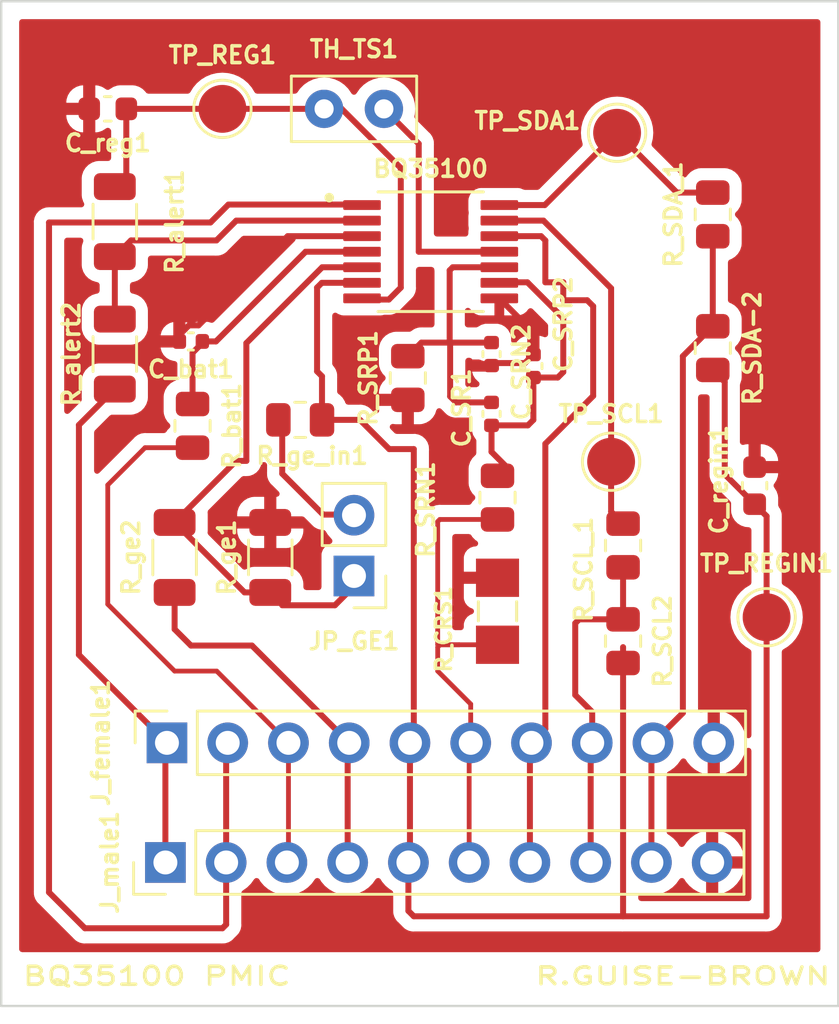
<source format=kicad_pcb>
(kicad_pcb (version 20211014) (generator pcbnew)
  (layers (0 "F.Cu" signal) (31 "B.Cu" signal) (34 "B.Paste" user) (35 "F.Paste" user) (36 "B.SilkS" user "B.Silkscreen") (37 "F.SilkS" user "F.Silkscreen") (38 "B.Mask" user) (39 "F.Mask" user) (44 "Edge.Cuts" user))
  (net 0 "")
  (net 1 "Net-(C_bat1-Pad1)")
  (net 2 "GND")
  (net 3 "/REG25")
  (net 4 "/VSUPPLY")
  (net 5 "Net-(C_SRN2-Pad1)")
  (net 6 "Net-(C_SRP2-Pad1)")
  (net 7 "Net-(JP_GE1-Pad1)")
  (net 8 "Net-(JP_GE1-Pad2)")
  (net 9 "/BAT+")
  (net 10 "/BAT-")
  (net 11 "/I2C_CLK")
  (net 12 "/I2C_DATA")
  (net 13 "/ALERT")
  (net 14 "/GAUGE_ENABLE")
  (net 15 "/VIN")
  (net 16 "/VEN")
  (net 17 "Net-(R_alert1-Pad2)")
  (net 18 "Net-(R_SCL_1-Pad2)")
  (net 19 "Net-(R_SDA_1-Pad2)")
  (net 20 "Net-(TH_TS1-Pad2)")
  (footprint "Capacitor_SMD:C_0402_1005Metric" (layer "F.Cu") (at 75 66.5 90)
    (fp_text reference "C_SRP2" (at 1.75 1.25 90) (layer "F.SilkS") (effects (font (size 0.7 0.7))))
    (fp_text value "0.1u")
    (fp_line (start -0.107836 -0.36) (end 0.107836 -0.36) (layer "F.SilkS") (width 0.12))
    (fp_line (start -0.107836 0.36) (end 0.107836 0.36) (layer "F.SilkS") (width 0.12))
    (pad "1" smd roundrect (at -0.48 0 90) (size 0.56 0.62) (layers "F.Cu" "F.Paste" "F.Mask") (net 6 "Net-(C_SRP2-Pad1)"))
    (pad "2" smd roundrect (at 0.48 0 90) (size 0.56 0.62) (layers "F.Cu" "F.Paste" "F.Mask") (net 2 "GND"))
  )
  (footprint "Capacitor_SMD:C_0402_1005Metric" (layer "F.Cu") (at 60.68 65.47125 180)
    (fp_text reference "C_bat1" (at 0 -1.16) (layer "F.SilkS") (effects (font (size 0.7 0.7))))
    (fp_text value "0.1u")
    (fp_line (start -0.107836 -0.36) (end 0.107836 -0.36) (layer "F.SilkS") (width 0.12))
    (fp_line (start -0.107836 0.36) (end 0.107836 0.36) (layer "F.SilkS") (width 0.12))
    (pad "1" smd roundrect (at -0.48 0 180) (size 0.56 0.62) (layers "F.Cu" "F.Paste" "F.Mask") (net 1 "Net-(C_bat1-Pad1)"))
    (pad "2" smd roundrect (at 0.48 0 180) (size 0.56 0.62) (layers "F.Cu" "F.Paste" "F.Mask") (net 2 "GND"))
  )
  (footprint "Resistor_SMD:R_0805_2012Metric" (layer "F.Cu") (at 73.5 72 90)
    (fp_text reference "R_SRN1" (at -0.5 -3 90) (layer "F.SilkS") (effects (font (size 0.7 0.7))))
    (fp_text value "100")
    (fp_line (start -0.227064 -0.735) (end 0.227064 -0.735) (layer "F.SilkS") (width 0.12))
    (fp_line (start -0.227064 0.735) (end 0.227064 0.735) (layer "F.SilkS") (width 0.12))
    (pad "1" smd roundrect (at -0.9125 0 90) (size 1.025 1.4) (layers "F.Cu" "F.Paste" "F.Mask") (roundrect_rratio 0.243902) (net 10 "/BAT-"))
    (pad "2" smd roundrect (at 0.9125 0 90) (size 1.025 1.4) (layers "F.Cu" "F.Paste" "F.Mask") (roundrect_rratio 0.243902) (net 6 "Net-(C_SRP2-Pad1)"))
  )
  (footprint "Connector_PinSocket_2.54mm:PinSocket_1x10_P2.54mm_Vertical" (layer "F.Cu") (at 59.68 82.25 90)
    (fp_text reference "J_female1" (at 0 -2.77 90) (layer "F.SilkS") (effects (font (size 0.7 0.7))))
    (fp_text value "Conn_01x10_Female")
    (fp_line (start -1.33 1.27) (end 1.33 1.27) (layer "F.SilkS") (width 0.12))
    (fp_line (start 0 -1.33) (end 1.33 -1.33) (layer "F.SilkS") (width 0.12))
    (fp_line (start 1.33 -1.33) (end 1.33 0) (layer "F.SilkS") (width 0.12))
    (fp_line (start 1.33 1.27) (end 1.33 24.19) (layer "F.SilkS") (width 0.12))
    (fp_line (start -1.33 1.27) (end -1.33 24.19) (layer "F.SilkS") (width 0.12))
    (fp_line (start -1.33 24.19) (end 1.33 24.19) (layer "F.SilkS") (width 0.12))
    (pad "1" thru_hole rect (at 0 0 90) (size 1.7 1.7) (drill 1) (layers *.Cu *.Mask) (net 13 "/ALERT"))
    (pad "2" thru_hole oval (at 0 2.54 90) (size 1.7 1.7) (drill 1) (layers *.Cu *.Mask) (net 15 "/VIN"))
    (pad "3" thru_hole oval (at 0 5.08 90) (size 1.7 1.7) (drill 1) (layers *.Cu *.Mask) (net 9 "/BAT+"))
    (pad "4" thru_hole oval (at 0 7.62 90) (size 1.7 1.7) (drill 1) (layers *.Cu *.Mask) (net 14 "/GAUGE_ENABLE"))
    (pad "5" thru_hole oval (at 0 10.16 90) (size 1.7 1.7) (drill 1) (layers *.Cu *.Mask) (net 4 "/VSUPPLY"))
    (pad "6" thru_hole oval (at 0 12.7 90) (size 1.7 1.7) (drill 1) (layers *.Cu *.Mask) (net 10 "/BAT-"))
    (pad "7" thru_hole oval (at 0 15.24 90) (size 1.7 1.7) (drill 1) (layers *.Cu *.Mask) (net 16 "/VEN"))
    (pad "8" thru_hole oval (at 0 17.78 90) (size 1.7 1.7) (drill 1) (layers *.Cu *.Mask) (net 11 "/I2C_CLK"))
    (pad "9" thru_hole oval (at 0 20.32 90) (size 1.7 1.7) (drill 1) (layers *.Cu *.Mask) (net 12 "/I2C_DATA"))
    (pad "10" thru_hole oval (at 0 22.86 90) (size 1.7 1.7) (drill 1) (layers *.Cu *.Mask) (net 2 "GND"))
  )
  (footprint "Resistor_SMD:R_0805_2012Metric" (layer "F.Cu") (at 65.25 68.75 180)
    (fp_text reference "R_ge_in1" (at -0.5 -1.5) (layer "F.SilkS") (effects (font (size 0.7 0.7))))
    (fp_text value "10k")
    (fp_line (start -0.227064 -0.735) (end 0.227064 -0.735) (layer "F.SilkS") (width 0.12))
    (fp_line (start -0.227064 0.735) (end 0.227064 0.735) (layer "F.SilkS") (width 0.12))
    (pad "1" smd roundrect (at -0.9125 0 180) (size 1.025 1.4) (layers "F.Cu" "F.Paste" "F.Mask") (roundrect_rratio 0.243902) (net 4 "/VSUPPLY"))
    (pad "2" smd roundrect (at 0.9125 0 180) (size 1.025 1.4) (layers "F.Cu" "F.Paste" "F.Mask") (roundrect_rratio 0.243902) (net 8 "Net-(JP_GE1-Pad2)"))
  )
  (footprint "Capacitor_SMD:C_0603_1608Metric" (layer "F.Cu") (at 57.20625 55.75 180)
    (fp_text reference "C_reg1" (at 0 -1.43) (layer "F.SilkS") (effects (font (size 0.7 0.7))))
    (fp_text value "1u")
    (fp_line (start -0.14058 0.51) (end 0.14058 0.51) (layer "F.SilkS") (width 0.12))
    (fp_line (start -0.14058 -0.51) (end 0.14058 -0.51) (layer "F.SilkS") (width 0.12))
    (pad "1" smd roundrect (at -0.775 0 180) (size 0.9 0.95) (layers "F.Cu" "F.Paste" "F.Mask") (net 3 "/REG25"))
    (pad "2" smd roundrect (at 0.775 0 180) (size 0.9 0.95) (layers "F.Cu" "F.Paste" "F.Mask") (net 2 "GND"))
  )
  (footprint "TestPoint:TestPoint_Pad_D2.0mm" (layer "F.Cu") (at 78.25 70.5 180)
    (fp_text reference "TP_SCL1" (at 0 2) (layer "F.SilkS") (effects (font (size 0.7 0.7))))
    (fp_text value "TestPoint")
    (fp_circle (center 0 0) (end 0 1.2) (layer "F.SilkS") (width 0.12) (fill none))
    (pad "1" smd circle (at 0 0 180) (size 2 2) (layers "F.Cu" "F.Mask") (net 18 "Net-(R_SCL_1-Pad2)"))
  )
  (footprint "WSL1206R0100FEA footprint:RESC3216X90" (layer "F.Cu") (at 73.5 76.75 -90)
    (fp_text reference "R_CRS1" (at 0.75 2.25 90) (layer "F.SilkS") (effects (font (size 0.629921 0.629921))))
    (fp_text value "WSL1206R0100FEA")
    (fp_line (start -0.4 -0.8) (end 0.4 -0.8) (layer "F.SilkS") (width 0.127))
    (fp_line (start -0.4 0.8) (end 0.4 0.8) (layer "F.SilkS") (width 0.127))
    (pad "1" smd rect locked (at -1.4 0 270) (size 1.6 1.8) (layers "F.Cu" "F.Paste" "F.Mask") (net 2 "GND"))
    (pad "2" smd rect locked (at 1.4 0 270) (size 1.6 1.8) (layers "F.Cu" "F.Paste" "F.Mask") (net 10 "/BAT-"))
  )
  (footprint "Resistor_SMD:R_0805_2012Metric" (layer "F.Cu") (at 60.75 69 -90)
    (fp_text reference "R_bat1" (at 0 -1.65 90) (layer "F.SilkS") (effects (font (size 0.7 0.7))))
    (fp_text value "100")
    (fp_line (start -0.227064 0.735) (end 0.227064 0.735) (layer "F.SilkS") (width 0.12))
    (fp_line (start -0.227064 -0.735) (end 0.227064 -0.735) (layer "F.SilkS") (width 0.12))
    (pad "1" smd roundrect (at -0.9125 0 270) (size 1.025 1.4) (layers "F.Cu" "F.Paste" "F.Mask") (roundrect_rratio 0.243902) (net 1 "Net-(C_bat1-Pad1)"))
    (pad "2" smd roundrect (at 0.9125 0 270) (size 1.025 1.4) (layers "F.Cu" "F.Paste" "F.Mask") (roundrect_rratio 0.243902) (net 9 "/BAT+"))
  )
  (footprint "Capacitor_THT:C_Disc_D5.0mm_W2.5mm_P2.50mm" (layer "F.Cu") (at 66.25 55.75)
    (fp_text reference "TH_TS1" (at 1.25 -2.5) (layer "F.SilkS") (effects (font (size 0.7 0.7))))
    (fp_text value "10k NTC")
    (fp_line (start -1.37 -1.37) (end -1.37 1.37) (layer "F.SilkS") (width 0.12))
    (fp_line (start -1.37 1.37) (end 3.87 1.37) (layer "F.SilkS") (width 0.12))
    (fp_line (start -1.37 -1.37) (end 3.87 -1.37) (layer "F.SilkS") (width 0.12))
    (fp_line (start 3.87 -1.37) (end 3.87 1.37) (layer "F.SilkS") (width 0.12))
    (pad "1" thru_hole circle (at 0 0) (size 1.6 1.6) (drill 0.8) (layers *.Cu *.Mask) (net 3 "/REG25"))
    (pad "2" thru_hole circle (at 2.5 0) (size 1.6 1.6) (drill 0.8) (layers *.Cu *.Mask) (net 20 "Net-(TH_TS1-Pad2)"))
  )
  (footprint "Resistor_SMD:R_1206_3216Metric" (layer "F.Cu") (at 57.5 66 90)
    (fp_text reference "R_alert2" (at 0 -1.82 90) (layer "F.SilkS") (effects (font (size 0.7 0.7))))
    (fp_text value "1k")
    (fp_line (start -0.727064 0.91) (end 0.727064 0.91) (layer "F.SilkS") (width 0.12))
    (fp_line (start -0.727064 -0.91) (end 0.727064 -0.91) (layer "F.SilkS") (width 0.12))
    (pad "1" smd roundrect (at -1.4625 0 90) (size 1.125 1.75) (layers "F.Cu" "F.Paste" "F.Mask") (roundrect_rratio 0.222222) (net 13 "/ALERT"))
    (pad "2" smd roundrect (at 1.4625 0 90) (size 1.125 1.75) (layers "F.Cu" "F.Paste" "F.Mask") (roundrect_rratio 0.222222) (net 17 "Net-(R_alert1-Pad2)"))
  )
  (footprint "Capacitor_SMD:C_0603_1608Metric" (layer "F.Cu") (at 84.25 71.5 -90)
    (fp_text reference "C_regin1" (at -0.25 1.5 90) (layer "F.SilkS") (effects (font (size 0.7 0.7))))
    (fp_text value "1u")
    (fp_line (start -0.14058 0.51) (end 0.14058 0.51) (layer "F.SilkS") (width 0.12))
    (fp_line (start -0.14058 -0.51) (end 0.14058 -0.51) (layer "F.SilkS") (width 0.12))
    (pad "1" smd roundrect (at -0.775 0 270) (size 0.9 0.95) (layers "F.Cu" "F.Paste" "F.Mask") (net 2 "GND"))
    (pad "2" smd roundrect (at 0.775 0 270) (size 0.9 0.95) (layers "F.Cu" "F.Paste" "F.Mask") (net 4 "/VSUPPLY"))
  )
  (footprint "TestPoint:TestPoint_Pad_D2.0mm" (layer "F.Cu") (at 84.75 77 90)
    (fp_text reference "TP_REGIN1" (at 2.25 0 180) (layer "F.SilkS") (effects (font (size 0.7 0.7))))
    (fp_text value "TestPoint")
    (fp_circle (center 0 0) (end 0 1.2) (layer "F.SilkS") (width 0.12) (fill none))
    (pad "1" smd circle (at 0 0 90) (size 2 2) (layers "F.Cu" "F.Mask") (net 4 "/VSUPPLY"))
  )
  (footprint "Resistor_SMD:R_0805_2012Metric" (layer "F.Cu") (at 78.75 78 -90)
    (fp_text reference "R_SCL2" (at 0 -1.65 90) (layer "F.SilkS") (effects (font (size 0.7 0.7))))
    (fp_text value "10k")
    (fp_line (start -0.227064 0.735) (end 0.227064 0.735) (layer "F.SilkS") (width 0.12))
    (fp_line (start -0.227064 -0.735) (end 0.227064 -0.735) (layer "F.SilkS") (width 0.12))
    (pad "1" smd roundrect (at -0.9125 0 270) (size 1.025 1.4) (layers "F.Cu" "F.Paste" "F.Mask") (roundrect_rratio 0.243902) (net 11 "/I2C_CLK"))
    (pad "2" smd roundrect (at 0.9125 0 270) (size 1.025 1.4) (layers "F.Cu" "F.Paste" "F.Mask") (roundrect_rratio 0.243902) (net 4 "/VSUPPLY"))
  )
  (footprint "Connector_PinHeader_2.54mm:PinHeader_1x02_P2.54mm_Vertical" (layer "F.Cu") (at 67.5 75.275 180)
    (fp_text reference "JP_GE1" (at 0 -2.725) (layer "F.SilkS") (effects (font (size 0.7 0.7))))
    (fp_text value "Conn_01x02_Male")
    (fp_line (start -1.33 1.27) (end -1.33 3.87) (layer "F.SilkS") (width 0.12))
    (fp_line (start -1.33 3.87) (end 1.33 3.87) (layer "F.SilkS") (width 0.12))
    (fp_line (start -1.33 -1.33) (end 0 -1.33) (layer "F.SilkS") (width 0.12))
    (fp_line (start -1.33 1.27) (end 1.33 1.27) (layer "F.SilkS") (width 0.12))
    (fp_line (start -1.33 0) (end -1.33 -1.33) (layer "F.SilkS") (width 0.12))
    (fp_line (start 1.33 1.27) (end 1.33 3.87) (layer "F.SilkS") (width 0.12))
    (pad "1" thru_hole rect (at 0 0 180) (size 1.7 1.7) (drill 1) (layers *.Cu *.Mask) (net 7 "Net-(JP_GE1-Pad1)"))
    (pad "2" thru_hole oval (at 0 2.54 180) (size 1.7 1.7) (drill 1) (layers *.Cu *.Mask) (net 8 "Net-(JP_GE1-Pad2)"))
  )
  (footprint "Capacitor_SMD:C_0402_1005Metric" (layer "F.Cu") (at 73.25 66 -90)
    (fp_text reference "C_SRN2" (at 0.75 -1.25 90) (layer "F.SilkS") (effects (font (size 0.7 0.7))))
    (fp_text value "0.1u")
    (fp_line (start -0.107836 0.36) (end 0.107836 0.36) (layer "F.SilkS") (width 0.12))
    (fp_line (start -0.107836 -0.36) (end 0.107836 -0.36) (layer "F.SilkS") (width 0.12))
    (pad "1" smd roundrect (at -0.48 0 270) (size 0.56 0.62) (layers "F.Cu" "F.Paste" "F.Mask") (net 5 "Net-(C_SRN2-Pad1)"))
    (pad "2" smd roundrect (at 0.48 0 270) (size 0.56 0.62) (layers "F.Cu" "F.Paste" "F.Mask") (net 2 "GND"))
  )
  (footprint "Resistor_SMD:R_1206_3216Metric" (layer "F.Cu") (at 64 74.5 90)
    (fp_text reference "R_ge1" (at 0 -1.82 90) (layer "F.SilkS") (effects (font (size 0.7 0.7))))
    (fp_text value "1M")
    (fp_line (start -0.727064 0.91) (end 0.727064 0.91) (layer "F.SilkS") (width 0.12))
    (fp_line (start -0.727064 -0.91) (end 0.727064 -0.91) (layer "F.SilkS") (width 0.12))
    (pad "1" smd roundrect (at -1.4625 0 90) (size 1.125 1.75) (layers "F.Cu" "F.Paste" "F.Mask") (roundrect_rratio 0.222222) (net 7 "Net-(JP_GE1-Pad1)"))
    (pad "2" smd roundrect (at 1.4625 0 90) (size 1.125 1.75) (layers "F.Cu" "F.Paste" "F.Mask") (roundrect_rratio 0.222222) (net 2 "GND"))
  )
  (footprint "Resistor_SMD:R_1206_3216Metric" (layer "F.Cu") (at 57.5 60.4625 -90)
    (fp_text reference "R_alert1" (at 0 -2.5 90) (layer "F.SilkS") (effects (font (size 0.7 0.7))))
    (fp_text value "100k")
    (fp_line (start -0.727064 0.91) (end 0.727064 0.91) (layer "F.SilkS") (width 0.12))
    (fp_line (start -0.727064 -0.91) (end 0.727064 -0.91) (layer "F.SilkS") (width 0.12))
    (pad "1" smd roundrect (at -1.4625 0 270) (size 1.125 1.75) (layers "F.Cu" "F.Paste" "F.Mask") (roundrect_rratio 0.222222) (net 3 "/REG25"))
    (pad "2" smd roundrect (at 1.4625 0 270) (size 1.125 1.75) (layers "F.Cu" "F.Paste" "F.Mask") (roundrect_rratio 0.222222) (net 17 "Net-(R_alert1-Pad2)"))
  )
  (footprint "Capacitor_SMD:C_0402_1005Metric" (layer "F.Cu") (at 73.25 68.5 90)
    (fp_text reference "C_SR1" (at 0.25 -1.25 90) (layer "F.SilkS") (effects (font (size 0.7 0.7))))
    (fp_text value "0.1u")
    (fp_line (start -0.107836 -0.36) (end 0.107836 -0.36) (layer "F.SilkS") (width 0.12))
    (fp_line (start -0.107836 0.36) (end 0.107836 0.36) (layer "F.SilkS") (width 0.12))
    (pad "1" smd roundrect (at -0.48 0 90) (size 0.56 0.62) (layers "F.Cu" "F.Paste" "F.Mask") (net 6 "Net-(C_SRP2-Pad1)"))
    (pad "2" smd roundrect (at 0.48 0 90) (size 0.56 0.62) (layers "F.Cu" "F.Paste" "F.Mask") (net 5 "Net-(C_SRN2-Pad1)"))
  )
  (footprint "Resistor_SMD:R_1206_3216Metric" (layer "F.Cu") (at 60 74.5 90)
    (fp_text reference "R_ge2" (at 0 -1.82 90) (layer "F.SilkS") (effects (font (size 0.7 0.7))))
    (fp_text value "1k")
    (fp_line (start -0.727064 -0.91) (end 0.727064 -0.91) (layer "F.SilkS") (width 0.12))
    (fp_line (start -0.727064 0.91) (end 0.727064 0.91) (layer "F.SilkS") (width 0.12))
    (pad "1" smd roundrect (at -1.4625 0 90) (size 1.125 1.75) (layers "F.Cu" "F.Paste" "F.Mask") (roundrect_rratio 0.222222) (net 14 "/GAUGE_ENABLE"))
    (pad "2" smd roundrect (at 1.4625 0 90) (size 1.125 1.75) (layers "F.Cu" "F.Paste" "F.Mask") (roundrect_rratio 0.222222) (net 7 "Net-(JP_GE1-Pad1)"))
  )
  (footprint "TestPoint:TestPoint_Pad_D2.0mm" (layer "F.Cu") (at 62 55.75 90)
    (fp_text reference "TP_REG1" (at 2.25 0 180) (layer "F.SilkS") (effects (font (size 0.7 0.7))))
    (fp_text value "TestPoint")
    (fp_circle (center 0 0) (end 0 1.2) (layer "F.SilkS") (width 0.12) (fill none))
    (pad "1" smd circle (at 0 0 90) (size 2 2) (layers "F.Cu" "F.Mask") (net 3 "/REG25"))
  )
  (footprint "TestPoint:TestPoint_Pad_D2.0mm" (layer "F.Cu") (at 78.5 56.75 90)
    (fp_text reference "TP_SDA1" (at 0.5 -3.75 180) (layer "F.SilkS") (effects (font (size 0.7 0.7))))
    (fp_text value "TestPoint")
    (fp_circle (center 0 0) (end 0 1.2) (layer "F.SilkS") (width 0.12) (fill none))
    (pad "1" smd circle (at 0 0 90) (size 2 2) (layers "F.Cu" "F.Mask") (net 19 "Net-(R_SDA_1-Pad2)"))
  )
  (footprint "BQ35100PWR_footprint:SOP65P640X120-14N" (layer "F.Cu") (at 70.70625 61.72125)
    (fp_text reference "BQ35100" (at 0 -3.47125) (layer "F.SilkS") (effects (font (size 0.7 0.7))))
    (fp_text value "BQ35100PWR")
    (fp_line (start -2.2 -2.5) (end 2.2 -2.5) (layer "F.SilkS") (width 0.127))
    (fp_line (start -2.2 2.5) (end 2.2 2.5) (layer "F.SilkS") (width 0.127))
    (fp_circle (center -4.24 -2.26) (end -4.14 -2.26) (layer "F.SilkS") (width 0.2) (fill none))
    (pad "1" smd roundrect locked (at -2.87 -1.95) (size 1.57 0.41) (layers "F.Cu" "F.Paste" "F.Mask") (roundrect_rratio 0.125) (net 15 "/VIN"))
    (pad "2" smd roundrect locked (at -2.87 -1.3) (size 1.57 0.41) (layers "F.Cu" "F.Paste" "F.Mask") (roundrect_rratio 0.125) (net 17 "Net-(R_alert1-Pad2)"))
    (pad "3" smd roundrect locked (at -2.87 -0.65) (size 1.57 0.41) (layers "F.Cu" "F.Paste" "F.Mask") (roundrect_rratio 0.125) (net 2 "GND"))
    (pad "4" smd roundrect locked (at -2.87 0) (size 1.57 0.41) (layers "F.Cu" "F.Paste" "F.Mask") (roundrect_rratio 0.125) (net 1 "Net-(C_bat1-Pad1)"))
    (pad "5" smd roundrect locked (at -2.87 0.65) (size 1.57 0.41) (layers "F.Cu" "F.Paste" "F.Mask") (roundrect_rratio 0.125) (net 7 "Net-(JP_GE1-Pad1)"))
    (pad "6" smd roundrect locked (at -2.87 1.3) (size 1.57 0.41) (layers "F.Cu" "F.Paste" "F.Mask") (roundrect_rratio 0.125) (net 4 "/VSUPPLY"))
    (pad "7" smd roundrect locked (at -2.87 1.95) (size 1.57 0.41) (layers "F.Cu" "F.Paste" "F.Mask") (roundrect_rratio 0.125) (net 3 "/REG25"))
    (pad "8" smd roundrect locked (at 2.87 1.95) (size 1.57 0.41) (layers "F.Cu" "F.Paste" "F.Mask") (roundrect_rratio 0.125) (net 2 "GND"))
    (pad "9" smd roundrect locked (at 2.87 1.3) (size 1.57 0.41) (layers "F.Cu" "F.Paste" "F.Mask") (roundrect_rratio 0.125) (net 6 "Net-(C_SRP2-Pad1)"))
    (pad "10" smd roundrect locked (at 2.87 0.65) (size 1.57 0.41) (layers "F.Cu" "F.Paste" "F.Mask") (roundrect_rratio 0.125) (net 5 "Net-(C_SRN2-Pad1)"))
    (pad "11" smd roundrect locked (at 2.87 0) (size 1.57 0.41) (layers "F.Cu" "F.Paste" "F.Mask") (roundrect_rratio 0.125) (net 20 "Net-(TH_TS1-Pad2)"))
    (pad "12" smd roundrect locked (at 2.87 -0.65) (size 1.57 0.41) (layers "F.Cu" "F.Paste" "F.Mask") (roundrect_rratio 0.125) (net 16 "/VEN"))
    (pad "13" smd roundrect locked (at 2.87 -1.3) (size 1.57 0.41) (layers "F.Cu" "F.Paste" "F.Mask") (roundrect_rratio 0.125) (net 18 "Net-(R_SCL_1-Pad2)"))
    (pad "14" smd roundrect locked (at 2.87 -1.95) (size 1.57 0.41) (layers "F.Cu" "F.Paste" "F.Mask") (roundrect_rratio 0.125) (net 19 "Net-(R_SDA_1-Pad2)"))
  )
  (footprint "Resistor_SMD:R_0805_2012Metric" (layer "F.Cu") (at 69.75 67 90)
    (fp_text reference "R_SRP1" (at 0 -1.65 90) (layer "F.SilkS") (effects (font (size 0.7 0.7))))
    (fp_text value "100")
    (fp_line (start -0.227064 0.735) (end 0.227064 0.735) (layer "F.SilkS") (width 0.12))
    (fp_line (start -0.227064 -0.735) (end 0.227064 -0.735) (layer "F.SilkS") (width 0.12))
    (pad "1" smd roundrect (at -0.9125 0 90) (size 1.025 1.4) (layers "F.Cu" "F.Paste" "F.Mask") (roundrect_rratio 0.243902) (net 2 "GND"))
    (pad "2" smd roundrect (at 0.9125 0 90) (size 1.025 1.4) (layers "F.Cu" "F.Paste" "F.Mask") (roundrect_rratio 0.243902) (net 5 "Net-(C_SRN2-Pad1)"))
  )
  (footprint "Resistor_SMD:R_0805_2012Metric" (layer "F.Cu") (at 78.75 74 90)
    (fp_text reference "R_SCL_1" (at -1 -1.65 90) (layer "F.SilkS") (effects (font (size 0.7 0.7))))
    (fp_text value "100")
    (fp_line (start -0.227064 -0.735) (end 0.227064 -0.735) (layer "F.SilkS") (width 0.12))
    (fp_line (start -0.227064 0.735) (end 0.227064 0.735) (layer "F.SilkS") (width 0.12))
    (pad "1" smd roundrect (at -0.9125 0 90) (size 1.025 1.4) (layers "F.Cu" "F.Paste" "F.Mask") (roundrect_rratio 0.243902) (net 11 "/I2C_CLK"))
    (pad "2" smd roundrect (at 0.9125 0 90) (size 1.025 1.4) (layers "F.Cu" "F.Paste" "F.Mask") (roundrect_rratio 0.243902) (net 18 "Net-(R_SCL_1-Pad2)"))
  )
  (footprint "Resistor_SMD:R_0805_2012Metric" (layer "F.Cu") (at 82.5 60.1625 90)
    (fp_text reference "R_SDA_1" (at 0 -1.65 90) (layer "F.SilkS") (effects (font (size 0.7 0.7))))
    (fp_text value "100")
    (fp_line (start -0.227064 0.735) (end 0.227064 0.735) (layer "F.SilkS") (width 0.12))
    (fp_line (start -0.227064 -0.735) (end 0.227064 -0.735) (layer "F.SilkS") (width 0.12))
    (pad "1" smd roundrect (at -0.9125 0 90) (size 1.025 1.4) (layers "F.Cu" "F.Paste" "F.Mask") (roundrect_rratio 0.243902) (net 12 "/I2C_DATA"))
    (pad "2" smd roundrect (at 0.9125 0 90) (size 1.025 1.4) (layers "F.Cu" "F.Paste" "F.Mask") (roundrect_rratio 0.243902) (net 19 "Net-(R_SDA_1-Pad2)"))
  )
  (footprint "Resistor_SMD:R_0805_2012Metric" (layer "F.Cu") (at 82.5 65.75 -90)
    (fp_text reference "R_SDA-2" (at 0 -1.65 90) (layer "F.SilkS") (effects (font (size 0.7 0.7))))
    (fp_text value "10k")
    (fp_line (start -0.227064 0.735) (end 0.227064 0.735) (layer "F.SilkS") (width 0.12))
    (fp_line (start -0.227064 -0.735) (end 0.227064 -0.735) (layer "F.SilkS") (width 0.12))
    (pad "1" smd roundrect (at -0.9125 0 270) (size 1.025 1.4) (layers "F.Cu" "F.Paste" "F.Mask") (roundrect_rratio 0.243902) (net 12 "/I2C_DATA"))
    (pad "2" smd roundrect (at 0.9125 0 270) (size 1.025 1.4) (layers "F.Cu" "F.Paste" "F.Mask") (roundrect_rratio 0.243902) (net 4 "/VSUPPLY"))
  )
  (footprint "Connector_PinHeader_2.54mm:PinHeader_1x10_P2.54mm_Vertical" (layer "F.Cu") (at 59.615 87.25 90)
    (fp_text reference "J_male1" (at 0 -2.33 90) (layer "F.SilkS") (effects (font (size 0.7 0.7))))
    (fp_text value "Conn_01x10_Male")
    (fp_line (start -1.33 0) (end -1.33 -1.33) (layer "F.SilkS") (width 0.12))
    (fp_line (start -1.33 -1.33) (end 0 -1.33) (layer "F.SilkS") (width 0.12))
    (fp_line (start -1.33 1.27) (end -1.33 24.19) (layer "F.SilkS") (width 0.12))
    (fp_line (start 1.33 1.27) (end 1.33 24.19) (layer "F.SilkS") (width 0.12))
    (fp_line (start -1.33 1.27) (end 1.33 1.27) (layer "F.SilkS") (width 0.12))
    (fp_line (start -1.33 24.19) (end 1.33 24.19) (layer "F.SilkS") (width 0.12))
    (pad "1" thru_hole rect (at 0 0 90) (size 1.7 1.7) (drill 1) (layers *.Cu *.Mask) (net 13 "/ALERT"))
    (pad "2" thru_hole oval (at 0 2.54 90) (size 1.7 1.7) (drill 1) (layers *.Cu *.Mask) (net 15 "/VIN"))
    (pad "3" thru_hole oval (at 0 5.08 90) (size 1.7 1.7) (drill 1) (layers *.Cu *.Mask) (net 9 "/BAT+"))
    (pad "4" thru_hole oval (at 0 7.62 90) (size 1.7 1.7) (drill 1) (layers *.Cu *.Mask) (net 14 "/GAUGE_ENABLE"))
    (pad "5" thru_hole oval (at 0 10.16 90) (size 1.7 1.7) (drill 1) (layers *.Cu *.Mask) (net 4 "/VSUPPLY"))
    (pad "6" thru_hole oval (at 0 12.7 90) (size 1.7 1.7) (drill 1) (layers *.Cu *.Mask) (net 10 "/BAT-"))
    (pad "7" thru_hole oval (at 0 15.24 90) (size 1.7 1.7) (drill 1) (layers *.Cu *.Mask) (net 16 "/VEN"))
    (pad "8" thru_hole oval (at 0 17.78 90) (size 1.7 1.7) (drill 1) (layers *.Cu *.Mask) (net 11 "/I2C_CLK"))
    (pad "9" thru_hole oval (at 0 20.32 90) (size 1.7 1.7) (drill 1) (layers *.Cu *.Mask) (net 12 "/I2C_DATA"))
    (pad "10" thru_hole oval (at 0 22.86 90) (size 1.7 1.7) (drill 1) (layers *.Cu *.Mask) (net 2 "GND"))
  )
  (gr_rect (start 52.75 51.25) (end 87.75 93.25) (layer "Edge.Cuts") (width 0.1) (fill none))
  (gr_text "BQ35100 PMIC\n" (at 59.25 92) (layer "F.SilkS") (effects (font (size 0.75 1))))
  (gr_text "R.GUISE-BROWN" (at 81.25 92) (layer "F.SilkS") (effects (font (size 0.7 1))))
  (segment (start 60.75 65.9475) (end 61.16 65.5375) (width 0.25) (layer "F.Cu") (net 1))
  (segment (start 61.72875 65.47125) (end 65.47875 61.72125) (width 0.25) (layer "F.Cu") (net 1))
  (segment (start 60.75 68.0875) (end 60.75 65.9475) (width 0.25) (layer "F.Cu") (net 1))
  (segment (start 61.16 65.5375) (end 61.16 65.47125) (width 0.25) (layer "F.Cu") (net 1))
  (segment (start 61.16 65.47125) (end 61.72875 65.47125) (width 0.25) (layer "F.Cu") (net 1))
  (segment (start 65.47875 61.72125) (end 67.83625 61.72125) (width 0.25) (layer "F.Cu") (net 1))
  (segment (start 74.64452 66.37548) (end 75 66.02) (width 0.25) (layer "F.Cu") (net 2))
  (segment (start 82.475 87.25) (end 82.475 82.315) (width 0.25) (layer "F.Cu") (net 2))
  (segment (start 64.72875 61.07125) (end 61 64.8) (width 0.25) (layer "F.Cu") (net 2))
  (segment (start 75 65.095) (end 73.57625 63.67125) (width 0.25) (layer "F.Cu") (net 2))
  (segment (start 73.25 66.48) (end 73.35452 66.37548) (width 0.25) (layer "F.Cu") (net 2))
  (segment (start 61 64.8) (end 60.6 64.8) (width 0.25) (layer "F.Cu") (net 2))
  (segment (start 67.83625 61.07125) (end 64.72875 61.07125) (width 0.25) (layer "F.Cu") (net 2))
  (segment (start 60.2 65.2) (end 60.2 65.47125) (width 0.25) (layer "F.Cu") (net 2))
  (segment (start 73.35452 66.37548) (end 74.64452 66.37548) (width 0.25) (layer "F.Cu") (net 2))
  (segment (start 82.475 82.315) (end 82.54 82.25) (width 0.25) (layer "F.Cu") (net 2))
  (segment (start 60.6 64.8) (end 60.2 65.2) (width 0.25) (layer "F.Cu") (net 2))
  (segment (start 75 66.02) (end 75 65.095) (width 0.25) (layer "F.Cu") (net 2))
  (segment (start 67.88625 63.72125) (end 67.83625 63.67125) (width 0.25) (layer "F.Cu") (net 3))
  (segment (start 68.95625 63.72125) (end 67.88625 63.72125) (width 0.25) (layer "F.Cu") (net 3))
  (segment (start 57.5 59) (end 57.98125 58.51875) (width 0.25) (layer "F.Cu") (net 3))
  (segment (start 57.98125 58.51875) (end 57.4625 59.0375) (width 0.25) (layer "F.Cu") (net 3))
  (segment (start 66.985 55.75) (end 69.45625 58.22125) (width 0.25) (layer "F.Cu") (net 3))
  (segment (start 69.45625 58.22125) (end 69.45625 63.22125) (width 0.25) (layer "F.Cu") (net 3))
  (segment (start 57.98125 55.75) (end 66.985 55.75) (width 0.25) (layer "F.Cu") (net 3))
  (segment (start 57.98125 58.51875) (end 57.98125 55.75) (width 0.25) (layer "F.Cu") (net 3))
  (segment (start 69.45625 63.22125) (end 68.95625 63.72125) (width 0.25) (layer "F.Cu") (net 3))
  (segment (start 84.75 77) (end 84.75 72.775) (width 0.25) (layer "F.Cu") (net 4))
  (segment (start 68.97125 69.97125) (end 67.75 68.75) (width 0.25) (layer "F.Cu") (net 4))
  (segment (start 66.15625 63.02125) (end 67.83625 63.02125) (width 0.25) (layer "F.Cu") (net 4))
  (segment (start 65.95625 63.22125) (end 66.15625 63.02125) (width 0.25) (layer "F.Cu") (net 4))
  (segment (start 69.84 87.185) (end 69.775 87.25) (width 0.25) (layer "F.Cu") (net 4))
  (segment (start 83 67.1625) (end 82.5 66.6625) (width 0.25) (layer "F.Cu") (net 4))
  (segment (start 66.1625 66.9275) (end 65.95625 66.72125) (width 0.25) (layer "F.Cu") (net 4))
  (segment (start 70 82.09) (end 70 69.97125) (width 0.25) (layer "F.Cu") (net 4))
  (segment (start 78.75 89.5) (end 84.75 89.5) (width 0.25) (layer "F.Cu") (net 4))
  (segment (start 83 71.025) (end 83 67.1625) (width 0.25) (layer "F.Cu") (net 4))
  (segment (start 69.775 87.25) (end 69.775 89.275) (width 0.25) (layer "F.Cu") (net 4))
  (segment (start 66.1625 68.75) (end 66.1625 66.9275) (width 0.25) (layer "F.Cu") (net 4))
  (segment (start 69.775 89.275) (end 70 89.5) (width 0.25) (layer "F.Cu") (net 4))
  (segment (start 69.84 82.25) (end 70 82.09) (width 0.25) (layer "F.Cu") (net 4))
  (segment (start 67.75 68.75) (end 66.25 68.75) (width 0.25) (layer "F.Cu") (net 4))
  (segment (start 70 69.97125) (end 68.97125 69.97125) (width 0.25) (layer "F.Cu") (net 4))
  (segment (start 78.75 78.25) (end 78.75 89.5) (width 0.25) (layer "F.Cu") (net 4))
  (segment (start 65.95625 66.72125) (end 65.95625 63.22125) (width 0.25) (layer "F.Cu") (net 4))
  (segment (start 84.75 89.5) (end 84.75 77) (width 0.25) (layer "F.Cu") (net 4))
  (segment (start 70 89.5) (end 78.75 89.5) (width 0.25) (layer "F.Cu") (net 4))
  (segment (start 69.84 82.25) (end 69.84 87.185) (width 0.25) (layer "F.Cu") (net 4))
  (segment (start 84.75 72.775) (end 83 71.025) (width 0.25) (layer "F.Cu") (net 4))
  (segment (start 71.5 65.5) (end 71.52 65.52) (width 0.25) (layer "F.Cu") (net 5))
  (segment (start 70.3175 65.52) (end 69.75 66.0875) (width 0.25) (layer "F.Cu") (net 5))
  (segment (start 71.5 62.5) (end 71.5 65.5) (width 0.25) (layer "F.Cu") (net 5))
  (segment (start 73.25 68.02) (end 71.77 68.02) (width 0.25) (layer "F.Cu") (net 5))
  (segment (start 71.52 65.52) (end 70.3175 65.52) (width 0.25) (layer "F.Cu") (net 5))
  (segment (start 71.52 67.77) (end 71.52 65.52) (width 0.25) (layer "F.Cu") (net 5))
  (segment (start 71.77 68.02) (end 71.52 67.77) (width 0.25) (layer "F.Cu") (net 5))
  (segment (start 73.25 65.52) (end 71.52 65.52) (width 0.25) (layer "F.Cu") (net 5))
  (segment (start 71.62875 62.37125) (end 73.57625 62.37125) (width 0.25) (layer "F.Cu") (net 5))
  (segment (start 71.5 62.5) (end 71.62875 62.37125) (width 0.25) (layer "F.Cu") (net 5))
  (segment (start 74.77 68.98) (end 75 68.75) (width 0.25) (layer "F.Cu") (net 6))
  (segment (start 73.25 70.0875) (end 73.25 68.98) (width 0.25) (layer "F.Cu") (net 6))
  (segment (start 74.75 63) (end 73.5975 63) (width 0.25) (layer "F.Cu") (net 6))
  (segment (start 73.5975 63) (end 73.57625 63.02125) (width 0.25) (layer "F.Cu") (net 6))
  (segment (start 76.25 64.5) (end 74.75 63) (width 0.25) (layer "F.Cu") (net 6))
  (segment (start 76.25 66.75) (end 76.25 64.5) (width 0.25) (layer "F.Cu") (net 6))
  (segment (start 75 66.98) (end 75 68.75) (width 0.25) (layer "F.Cu") (net 6))
  (segment (start 76.02 66.98) (end 76.25 66.75) (width 0.25) (layer "F.Cu") (net 6))
  (segment (start 73.25 68.98) (end 74.77 68.98) (width 0.25) (layer "F.Cu") (net 6))
  (segment (start 75 66.98) (end 76.02 66.98) (width 0.25) (layer "F.Cu") (net 6))
  (segment (start 74 70.8375) (end 73.25 70.0875) (width 0.25) (layer "F.Cu") (net 6))
  (segment (start 66.7025 76.5) (end 68.20625 74.99625) (width 0.25) (layer "F.Cu") (net 7))
  (segment (start 64.49875 76.5) (end 66.7025 76.5) (width 0.25) (layer "F.Cu") (net 7))
  (segment (start 63 65.541782) (end 63 70.465) (width 0.25) (layer "F.Cu") (net 7))
  (segment (start 62.5725 70.465) (end 63 70.465) (width 0.25) (layer "F.Cu") (net 7))
  (segment (start 66.170532 62.37125) (end 63 65.541782) (width 0.25) (layer "F.Cu") (net 7))
  (segment (start 60 73.0375) (end 62.5725 70.465) (width 0.25) (layer "F.Cu") (net 7))
  (segment (start 67.83625 62.37125) (end 66.170532 62.37125) (width 0.25) (layer "F.Cu") (net 7))
  (segment (start 64 75.9625) (end 62.925 75.9625) (width 0.25) (layer "F.Cu") (net 7))
  (segment (start 62.925 75.9625) (end 60 73.0375) (width 0.25) (layer "F.Cu") (net 7))
  (segment (start 66.21 72.71) (end 68.20625 72.71) (width 0.25) (layer "F.Cu") (net 8))
  (segment (start 64.5 71) (end 66.21 72.71) (width 0.25) (layer "F.Cu") (net 8))
  (segment (start 64.5 68.75) (end 64.5 71) (width 0.25) (layer "F.Cu") (net 8))
  (segment (start 64.76 82.25) (end 64.572862 82.25) (width 0.2) (layer "F.Cu") (net 9))
  (segment (start 57.20625 71.47125) (end 57.20625 76.45625) (width 0.2) (layer "F.Cu") (net 9))
  (segment (start 64.76 87.185) (end 64.695 87.25) (width 0.2) (layer "F.Cu") (net 9))
  (segment (start 60 79.25) (end 61.76 79.25) (width 0.2) (layer "F.Cu") (net 9))
  (segment (start 61.05875 70.22125) (end 60.75 69.9125) (width 0.2) (layer "F.Cu") (net 9))
  (segment (start 60.75 69.9125) (end 58.765 69.9125) (width 0.2) (layer "F.Cu") (net 9))
  (segment (start 58.765 69.9125) (end 57.20625 71.47125) (width 0.2) (layer "F.Cu") (net 9))
  (segment (start 64.76 82.25) (end 64.76 87.185) (width 0.2) (layer "F.Cu") (net 9))
  (segment (start 61.76 79.25) (end 64.76 82.25) (width 0.2) (layer "F.Cu") (net 9))
  (segment (start 57.20625 76.45625) (end 60 79.25) (width 0.2) (layer "F.Cu") (net 9))
  (segment (start 71.9 78.15) (end 73.75 78.15) (width 0.2) (layer "F.Cu") (net 10))
  (segment (start 72.38 80.63) (end 71 79.25) (width 0.2) (layer "F.Cu") (net 10))
  (segment (start 71.9 78.15) (end 71 78.15) (width 0.2) (layer "F.Cu") (net 10))
  (segment (start 72.315 87.25) (end 72.315 82.315) (width 0.2) (layer "F.Cu") (net 10))
  (segment (start 71.1 78.15) (end 71.9 78.15) (width 0.2) (layer "F.Cu") (net 10))
  (segment (start 71 79.25) (end 71 78.25) (width 0.2) (layer "F.Cu") (net 10))
  (segment (start 72.38 82.25) (end 72.38 80.63) (width 0.2) (layer "F.Cu") (net 10))
  (segment (start 71.0875 72.9125) (end 73.75 72.9125) (width 0.2) (layer "F.Cu") (net 10))
  (segment (start 71 78.25) (end 71.1 78.15) (width 0.2) (layer "F.Cu") (net 10))
  (segment (start 71 78.15) (end 71 73) (width 0.2) (layer "F.Cu") (net 10))
  (segment (start 71 73) (end 71.0875 72.9125) (width 0.2) (layer "F.Cu") (net 10))
  (segment (start 72.315 82.315) (end 72.38 82.25) (width 0.2) (layer "F.Cu") (net 10))
  (segment (start 76.9125 77.0875) (end 76.75 77.25) (width 0.25) (layer "F.Cu") (net 11))
  (segment (start 77.46 80.96) (end 77.46 82.25) (width 0.25) (layer "F.Cu") (net 11))
  (segment (start 77.395 87.25) (end 77.395 82.315) (width 0.25) (layer "F.Cu") (net 11))
  (segment (start 78.75 77.0875) (end 76.9125 77.0875) (width 0.25) (layer "F.Cu") (net 11))
  (segment (start 78.75 77.0875) (end 78.75 74.9125) (width 0.25) (layer "F.Cu") (net 11))
  (segment (start 76.75 77.25) (end 76.75 80.25) (width 0.25) (layer "F.Cu") (net 11))
  (segment (start 76.75 80.25) (end 77.46 80.96) (width 0.25) (layer "F.Cu") (net 11))
  (segment (start 77.395 82.315) (end 77.46 82.25) (width 0.25) (layer "F.Cu") (net 11))
  (segment (start 79.935 82.315) (end 80 82.25) (width 0.25) (layer "F.Cu") (net 12))
  (segment (start 79.935 87.25) (end 79.935 82.315) (width 0.25) (layer "F.Cu") (net 12))
  (segment (start 80 82.25) (end 81.25 81) (width 0.25) (layer "F.Cu") (net 12))
  (segment (start 81.25 66.0875) (end 82.5 64.8375) (width 0.25) (layer "F.Cu") (net 12))
  (segment (start 82.5 64.8375) (end 82.5 61.075) (width 0.25) (layer "F.Cu") (net 12))
  (segment (start 81.25 81) (end 81.25 66.0875) (width 0.25) (layer "F.Cu") (net 12))
  (segment (start 56 78.57) (end 59.68 82.25) (width 0.25) (layer "F.Cu") (net 13))
  (segment (start 57.5 67.4625) (end 56 68.9625) (width 0.25) (layer "F.Cu") (net 13))
  (segment (start 59.615 82.315) (end 59.68 82.25) (width 0.25) (layer "F.Cu") (net 13))
  (segment (start 59.615 87.25) (end 59.615 82.315) (width 0.25) (layer "F.Cu") (net 13))
  (segment (start 56 68.9625) (end 56 78.57) (width 0.25) (layer "F.Cu") (net 13))
  (segment (start 67.235 87.25) (end 67.235 82.315) (width 0.25) (layer "F.Cu") (net 14))
  (segment (start 67.3 82.25) (end 63.23375 78.18375) (width 0.25) (layer "F.Cu") (net 14))
  (segment (start 60 77.5) (end 60.68375 78.18375) (width 0.25) (layer "F.Cu") (net 14))
  (segment (start 60 75.9625) (end 60 77.5) (width 0.25) (layer "F.Cu") (net 14))
  (segment (start 67.235 82.315) (end 67.3 82.25) (width 0.25) (layer "F.Cu") (net 14))
  (segment (start 63.23375 78.18375) (end 60.68375 78.18375) (width 0.25) (layer "F.Cu") (net 14))
  (segment (start 62.155 87.25) (end 62.155 82.315) (width 0.25) (layer "F.Cu") (net 15))
  (segment (start 67.815 59.75) (end 67.83625 59.77125) (width 0.25) (layer "F.Cu") (net 15))
  (segment (start 56.25 90) (end 54.75 88.5) (width 0.25) (layer "F.Cu") (net 15))
  (segment (start 62.155 87.25) (end 62.155 89.845) (width 0.25) (layer "F.Cu") (net 15))
  (segment (start 61.5 60.5) (end 62.25 59.75) (width 0.25) (layer "F.Cu") (net 15))
  (segment (start 54.75 60.5) (end 61.5 60.5) (width 0.25) (layer "F.Cu") (net 15))
  (segment (start 62.155 89.845) (end 62 90) (width 0.25) (layer "F.Cu") (net 15))
  (segment (start 62 90) (end 56.25 90) (width 0.25) (layer "F.Cu") (net 15))
  (segment (start 54.75 88.5) (end 54.75 60.5) (width 0.25) (layer "F.Cu") (net 15))
  (segment (start 62.155 82.315) (end 62.22 82.25) (width 0.25) (layer "F.Cu") (net 15))
  (segment (start 62.25 59.75) (end 67.815 59.75) (width 0.25) (layer "F.Cu") (net 15))
  (segment (start 75.5 63) (end 75.5 61.25) (width 0.25) (layer "F.Cu") (net 16))
  (segment (start 75.5 61.25) (end 75.32125 61.07125) (width 0.25) (layer "F.Cu") (net 16))
  (segment (start 76.25 63.75) (end 76.25 63) (width 0.25) (layer "F.Cu") (net 16))
  (segment (start 75.32125 61.07125) (end 73.57625 61.07125) (width 0.25) (layer "F.Cu") (net 16))
  (segment (start 77.5 64) (end 77.25 63.75) (width 0.25) (layer "F.Cu") (net 16))
  (segment (start 77.25 63.75) (end 76.25 63.75) (width 0.25) (layer "F.Cu") (net 16))
  (segment (start 74.855 87.25) (end 74.855 82.315) (width 0.25) (layer "F.Cu") (net 16))
  (segment (start 75.5 81.67) (end 75.5 69.75) (width 0.25) (layer "F.Cu") (net 16))
  (segment (start 77.5 67.75) (end 77.5 64) (width 0.25) (layer "F.Cu") (net 16))
  (segment (start 75.5 69.75) (end 77.5 67.75) (width 0.25) (layer "F.Cu") (net 16))
  (segment (start 76.25 63) (end 75.5 63) (width 0.25) (layer "F.Cu") (net 16))
  (segment (start 74.855 82.315) (end 74.92 82.25) (width 0.25) (layer "F.Cu") (net 16))
  (segment (start 74.92 82.25) (end 75.5 81.67) (width 0.25) (layer "F.Cu") (net 16))
  (segment (start 57.5 61.925) (end 58.175 61.25) (width 0.25) (layer "F.Cu") (net 17))
  (segment (start 62.57875 60.42125) (end 67.83625 60.42125) (width 0.25) (layer "F.Cu") (net 17))
  (segment (start 58.175 61.25) (end 61.75 61.25) (width 0.25) (layer "F.Cu") (net 17))
  (segment (start 57.5 64.5375) (end 57.5 61.925) (width 0.25) (layer "F.Cu") (net 17))
  (segment (start 61.75 61.25) (end 62.57875 60.42125) (width 0.25) (layer "F.Cu") (net 17))
  (segment (start 78.25 63.25) (end 75.42125 60.42125) (width 0.25) (layer "F.Cu") (net 18))
  (segment (start 78.25 69.75) (end 78.25 63.25) (width 0.25) (layer "F.Cu") (net 18))
  (segment (start 78.25 72.5875) (end 78.25 69.75) (width 0.25) (layer "F.Cu") (net 18))
  (segment (start 78.75 73.0875) (end 78.25 72.5875) (width 0.25) (layer "F.Cu") (net 18))
  (segment (start 75.42125 60.42125) (end 73.57625 60.42125) (width 0.25) (layer "F.Cu") (net 18))
  (segment (start 82.5 59.25) (end 81 59.25) (width 0.25) (layer "F.Cu") (net 19))
  (segment (start 78.5 57) (end 78.5 56.75) (width 0.25) (layer "F.Cu") (net 19))
  (segment (start 78.5 56.75) (end 75.47875 59.77125) (width 0.25) (layer "F.Cu") (net 19))
  (segment (start 81 59.25) (end 78.5 56.75) (width 0.25) (layer "F.Cu") (net 19))
  (segment (start 75.47875 59.77125) (end 73.57625 59.77125) (width 0.25) (layer "F.Cu") (net 19))
  (segment (start 70.20625 57.20625) (end 68.75 55.75) (width 0.25) (layer "F.Cu") (net 20))
  (segment (start 70.20625 61.72125) (end 70.20625 57.20625) (width 0.25) (layer "F.Cu") (net 20))
  (segment (start 70.20625 61.72125) (end 73.57625 61.72125) (width 0.25) (layer "F.Cu") (net 20))
  (zone (net 2) (net_name "GND") (layer "F.Cu") (connect_pads (clearance 0.508)) (min_thickness 0.254) (fill yes (thermal_gap 0.508) (thermal_bridge_width 0.508))
    (polygon (pts (xy 87 91) (xy 53.5 91) (xy 53.5 52) (xy 87 52)))
  )
)
</source>
